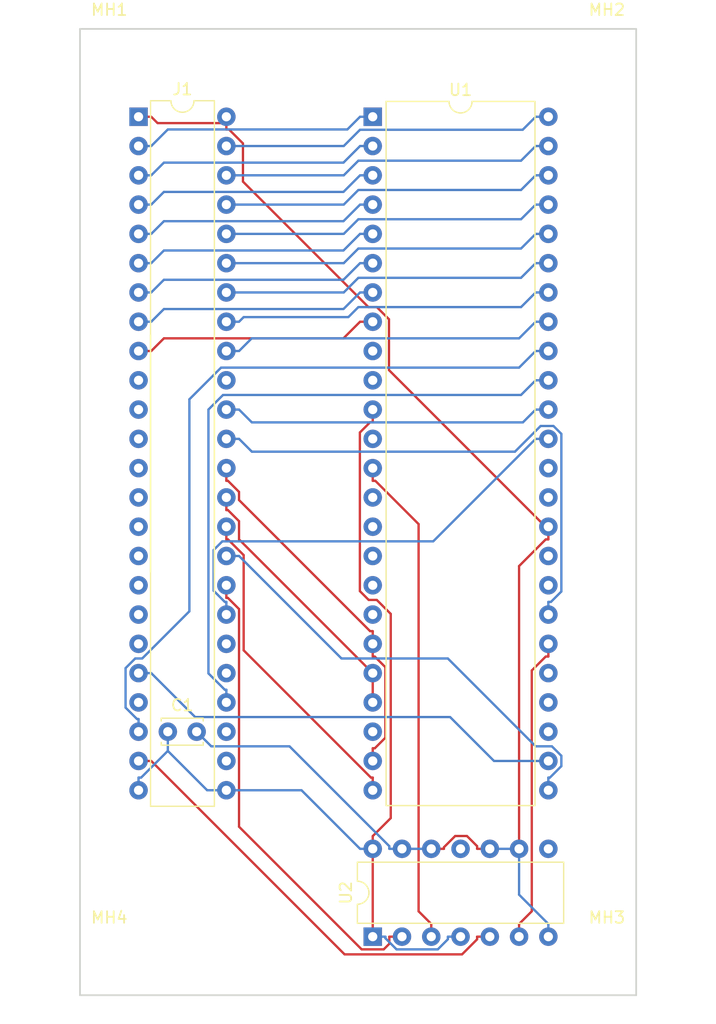
<source format=kicad_pcb>
(kicad_pcb (version 20171130) (host pcbnew 5.1.5+dfsg1-2build2)

  (general
    (thickness 1.6)
    (drawings 4)
    (tracks 257)
    (zones 0)
    (modules 8)
    (nets 67)
  )

  (page A4)
  (layers
    (0 F.Cu signal)
    (31 B.Cu signal)
    (32 B.Adhes user)
    (33 F.Adhes user)
    (34 B.Paste user)
    (35 F.Paste user)
    (36 B.SilkS user)
    (37 F.SilkS user)
    (38 B.Mask user)
    (39 F.Mask user)
    (40 Dwgs.User user)
    (41 Cmts.User user)
    (42 Eco1.User user)
    (43 Eco2.User user)
    (44 Edge.Cuts user)
    (45 Margin user)
    (46 B.CrtYd user)
    (47 F.CrtYd user)
    (48 B.Fab user)
    (49 F.Fab user)
  )

  (setup
    (last_trace_width 0.2)
    (user_trace_width 0.2)
    (user_trace_width 0.4)
    (user_trace_width 0.6)
    (user_trace_width 0.8)
    (user_trace_width 1)
    (user_trace_width 1.2)
    (user_trace_width 1.6)
    (user_trace_width 2)
    (trace_clearance 0.2)
    (zone_clearance 0.35)
    (zone_45_only no)
    (trace_min 0.1524)
    (via_size 0.6)
    (via_drill 0.3)
    (via_min_size 0.5)
    (via_min_drill 0.2)
    (user_via 0.9 0.5)
    (user_via 1.2 0.8)
    (user_via 1.4 0.9)
    (user_via 1.5 1)
    (uvia_size 0.3)
    (uvia_drill 0.1)
    (uvias_allowed no)
    (uvia_min_size 0.2)
    (uvia_min_drill 0.1)
    (edge_width 0.15)
    (segment_width 0.2)
    (pcb_text_width 0.3)
    (pcb_text_size 1.5 1.5)
    (mod_edge_width 0.15)
    (mod_text_size 1 1)
    (mod_text_width 0.15)
    (pad_size 3.2 3.2)
    (pad_drill 3.2)
    (pad_to_mask_clearance 0.051)
    (solder_mask_min_width 0.25)
    (aux_axis_origin 101 70)
    (grid_origin 101 70)
    (visible_elements FFFDFF7F)
    (pcbplotparams
      (layerselection 0x010fc_ffffffff)
      (usegerberextensions false)
      (usegerberattributes false)
      (usegerberadvancedattributes false)
      (creategerberjobfile false)
      (excludeedgelayer true)
      (linewidth 0.100000)
      (plotframeref false)
      (viasonmask false)
      (mode 1)
      (useauxorigin false)
      (hpglpennumber 1)
      (hpglpenspeed 20)
      (hpglpendiameter 15.000000)
      (psnegative false)
      (psa4output false)
      (plotreference true)
      (plotvalue true)
      (plotinvisibletext false)
      (padsonsilk false)
      (subtractmaskfromsilk false)
      (outputformat 1)
      (mirror false)
      (drillshape 1)
      (scaleselection 1)
      (outputdirectory ""))
  )

  (net 0 "")
  (net 1 GND)
  (net 2 VCC)
  (net 3 /P53)
  (net 4 "Net-(J1-Pad30)")
  (net 5 "Net-(J1-Pad21)")
  (net 6 "Net-(J1-Pad17)")
  (net 7 /P52)
  (net 8 "Net-(J1-Pad27)")
  (net 9 "Net-(J1-Pad18)")
  (net 10 /P47)
  (net 11 /P55)
  (net 12 "Net-(J1-Pad29)")
  (net 13 /P46)
  (net 14 "Net-(J1-Pad26)")
  (net 15 "Net-(J1-Pad19)")
  (net 16 "Net-(J1-Pad16)")
  (net 17 /P20)
  (net 18 "Net-(J1-Pad15)")
  (net 19 /P21)
  (net 20 "Net-(J1-Pad14)")
  (net 21 /P22)
  (net 22 "Net-(J1-Pad13)")
  (net 23 /P23)
  (net 24 "Net-(J1-Pad12)")
  (net 25 /P24)
  (net 26 "Net-(J1-Pad11)")
  (net 27 /P25)
  (net 28 "Net-(J1-Pad10)")
  (net 29 /P26)
  (net 30 /P17)
  (net 31 /P27)
  (net 32 /P16)
  (net 33 "Net-(J1-Pad39)")
  (net 34 /P15)
  (net 35 /P40)
  (net 36 /P14)
  (net 37 /P41)
  (net 38 /P13)
  (net 39 /P42)
  (net 40 /P12)
  (net 41 /P43)
  (net 42 /P11)
  (net 43 /P44)
  (net 44 /P10)
  (net 45 /P45)
  (net 46 "Net-(U1-Pad13)")
  (net 47 "Net-(U1-Pad30)")
  (net 48 "Net-(U2-Pad11)")
  (net 49 "Net-(U2-Pad8)")
  (net 50 "Net-(U1-Pad22)")
  (net 51 "Net-(U1-Pad18)")
  (net 52 "Net-(U1-Pad17)")
  (net 53 "Net-(U1-Pad16)")
  (net 54 "Net-(U1-Pad15)")
  (net 55 "Net-(U1-Pad14)")
  (net 56 "Net-(U1-Pad36)")
  (net 57 "Net-(U1-Pad12)")
  (net 58 "Net-(U1-Pad35)")
  (net 59 "Net-(U1-Pad10)")
  (net 60 "Net-(U1-Pad33)")
  (net 61 "Net-(U1-Pad9)")
  (net 62 "Net-(U1-Pad32)")
  (net 63 "Net-(U1-Pad29)")
  (net 64 "Net-(U1-Pad28)")
  (net 65 "Net-(U1-Pad27)")
  (net 66 /P50)

  (net_class Default "This is the default net class."
    (clearance 0.2)
    (trace_width 0.2)
    (via_dia 0.6)
    (via_drill 0.3)
    (uvia_dia 0.3)
    (uvia_drill 0.1)
    (diff_pair_width 0.2)
    (diff_pair_gap 0.2)
    (add_net /P10)
    (add_net /P11)
    (add_net /P12)
    (add_net /P13)
    (add_net /P14)
    (add_net /P15)
    (add_net /P16)
    (add_net /P17)
    (add_net /P20)
    (add_net /P21)
    (add_net /P22)
    (add_net /P23)
    (add_net /P24)
    (add_net /P25)
    (add_net /P26)
    (add_net /P27)
    (add_net /P40)
    (add_net /P41)
    (add_net /P42)
    (add_net /P43)
    (add_net /P44)
    (add_net /P45)
    (add_net /P46)
    (add_net /P47)
    (add_net /P50)
    (add_net /P52)
    (add_net /P53)
    (add_net /P55)
    (add_net GND)
    (add_net "Net-(J1-Pad10)")
    (add_net "Net-(J1-Pad11)")
    (add_net "Net-(J1-Pad12)")
    (add_net "Net-(J1-Pad13)")
    (add_net "Net-(J1-Pad14)")
    (add_net "Net-(J1-Pad15)")
    (add_net "Net-(J1-Pad16)")
    (add_net "Net-(J1-Pad17)")
    (add_net "Net-(J1-Pad18)")
    (add_net "Net-(J1-Pad19)")
    (add_net "Net-(J1-Pad21)")
    (add_net "Net-(J1-Pad26)")
    (add_net "Net-(J1-Pad27)")
    (add_net "Net-(J1-Pad29)")
    (add_net "Net-(J1-Pad30)")
    (add_net "Net-(J1-Pad39)")
    (add_net "Net-(U1-Pad10)")
    (add_net "Net-(U1-Pad12)")
    (add_net "Net-(U1-Pad13)")
    (add_net "Net-(U1-Pad14)")
    (add_net "Net-(U1-Pad15)")
    (add_net "Net-(U1-Pad16)")
    (add_net "Net-(U1-Pad17)")
    (add_net "Net-(U1-Pad18)")
    (add_net "Net-(U1-Pad22)")
    (add_net "Net-(U1-Pad27)")
    (add_net "Net-(U1-Pad28)")
    (add_net "Net-(U1-Pad29)")
    (add_net "Net-(U1-Pad30)")
    (add_net "Net-(U1-Pad32)")
    (add_net "Net-(U1-Pad33)")
    (add_net "Net-(U1-Pad35)")
    (add_net "Net-(U1-Pad36)")
    (add_net "Net-(U1-Pad9)")
    (add_net "Net-(U2-Pad11)")
    (add_net "Net-(U2-Pad8)")
    (add_net VCC)
  )

  (module Package_DIP:DIP-48_W15.24mm (layer F.Cu) (tedit 5A02E8C5) (tstamp 61E8C1E5)
    (at 123.86 75.08)
    (descr "48-lead though-hole mounted DIP package, row spacing 15.24 mm (600 mils)")
    (tags "THT DIP DIL PDIP 2.54mm 15.24mm 600mil")
    (path /61E97BC4)
    (fp_text reference U1 (at 7.62 -2.33) (layer F.SilkS)
      (effects (font (size 1 1) (thickness 0.15)))
    )
    (fp_text value Z88C00 (at 7.62 60.75) (layer F.Fab)
      (effects (font (size 1 1) (thickness 0.15)))
    )
    (fp_text user %R (at 7.62 29.21) (layer F.Fab)
      (effects (font (size 1 1) (thickness 0.15)))
    )
    (fp_line (start 16.3 -1.55) (end -1.05 -1.55) (layer F.CrtYd) (width 0.05))
    (fp_line (start 16.3 59.95) (end 16.3 -1.55) (layer F.CrtYd) (width 0.05))
    (fp_line (start -1.05 59.95) (end 16.3 59.95) (layer F.CrtYd) (width 0.05))
    (fp_line (start -1.05 -1.55) (end -1.05 59.95) (layer F.CrtYd) (width 0.05))
    (fp_line (start 14.08 -1.33) (end 8.62 -1.33) (layer F.SilkS) (width 0.12))
    (fp_line (start 14.08 59.75) (end 14.08 -1.33) (layer F.SilkS) (width 0.12))
    (fp_line (start 1.16 59.75) (end 14.08 59.75) (layer F.SilkS) (width 0.12))
    (fp_line (start 1.16 -1.33) (end 1.16 59.75) (layer F.SilkS) (width 0.12))
    (fp_line (start 6.62 -1.33) (end 1.16 -1.33) (layer F.SilkS) (width 0.12))
    (fp_line (start 0.255 -0.27) (end 1.255 -1.27) (layer F.Fab) (width 0.1))
    (fp_line (start 0.255 59.69) (end 0.255 -0.27) (layer F.Fab) (width 0.1))
    (fp_line (start 14.985 59.69) (end 0.255 59.69) (layer F.Fab) (width 0.1))
    (fp_line (start 14.985 -1.27) (end 14.985 59.69) (layer F.Fab) (width 0.1))
    (fp_line (start 1.255 -1.27) (end 14.985 -1.27) (layer F.Fab) (width 0.1))
    (fp_arc (start 7.62 -1.33) (end 6.62 -1.33) (angle -180) (layer F.SilkS) (width 0.12))
    (pad 48 thru_hole oval (at 15.24 0) (size 1.6 1.6) (drill 0.8) (layers *.Cu *.Mask)
      (net 17 /P20))
    (pad 24 thru_hole oval (at 0 58.42) (size 1.6 1.6) (drill 0.8) (layers *.Cu *.Mask)
      (net 43 /P44))
    (pad 47 thru_hole oval (at 15.24 2.54) (size 1.6 1.6) (drill 0.8) (layers *.Cu *.Mask)
      (net 19 /P21))
    (pad 23 thru_hole oval (at 0 55.88) (size 1.6 1.6) (drill 0.8) (layers *.Cu *.Mask)
      (net 39 /P42))
    (pad 46 thru_hole oval (at 15.24 5.08) (size 1.6 1.6) (drill 0.8) (layers *.Cu *.Mask)
      (net 21 /P22))
    (pad 22 thru_hole oval (at 0 53.34) (size 1.6 1.6) (drill 0.8) (layers *.Cu *.Mask)
      (net 50 "Net-(U1-Pad22)"))
    (pad 45 thru_hole oval (at 15.24 7.62) (size 1.6 1.6) (drill 0.8) (layers *.Cu *.Mask)
      (net 23 /P23))
    (pad 21 thru_hole oval (at 0 50.8) (size 1.6 1.6) (drill 0.8) (layers *.Cu *.Mask)
      (net 41 /P43))
    (pad 44 thru_hole oval (at 15.24 10.16) (size 1.6 1.6) (drill 0.8) (layers *.Cu *.Mask)
      (net 25 /P24))
    (pad 20 thru_hole oval (at 0 48.26) (size 1.6 1.6) (drill 0.8) (layers *.Cu *.Mask)
      (net 41 /P43))
    (pad 43 thru_hole oval (at 15.24 12.7) (size 1.6 1.6) (drill 0.8) (layers *.Cu *.Mask)
      (net 27 /P25))
    (pad 19 thru_hole oval (at 0 45.72) (size 1.6 1.6) (drill 0.8) (layers *.Cu *.Mask)
      (net 39 /P42))
    (pad 42 thru_hole oval (at 15.24 15.24) (size 1.6 1.6) (drill 0.8) (layers *.Cu *.Mask)
      (net 29 /P26))
    (pad 18 thru_hole oval (at 0 43.18) (size 1.6 1.6) (drill 0.8) (layers *.Cu *.Mask)
      (net 51 "Net-(U1-Pad18)"))
    (pad 41 thru_hole oval (at 15.24 17.78) (size 1.6 1.6) (drill 0.8) (layers *.Cu *.Mask)
      (net 31 /P27))
    (pad 17 thru_hole oval (at 0 40.64) (size 1.6 1.6) (drill 0.8) (layers *.Cu *.Mask)
      (net 52 "Net-(U1-Pad17)"))
    (pad 40 thru_hole oval (at 15.24 20.32) (size 1.6 1.6) (drill 0.8) (layers *.Cu *.Mask)
      (net 7 /P52))
    (pad 16 thru_hole oval (at 0 38.1) (size 1.6 1.6) (drill 0.8) (layers *.Cu *.Mask)
      (net 53 "Net-(U1-Pad16)"))
    (pad 39 thru_hole oval (at 15.24 22.86) (size 1.6 1.6) (drill 0.8) (layers *.Cu *.Mask)
      (net 11 /P55))
    (pad 15 thru_hole oval (at 0 35.56) (size 1.6 1.6) (drill 0.8) (layers *.Cu *.Mask)
      (net 54 "Net-(U1-Pad15)"))
    (pad 38 thru_hole oval (at 15.24 25.4) (size 1.6 1.6) (drill 0.8) (layers *.Cu *.Mask)
      (net 35 /P40))
    (pad 14 thru_hole oval (at 0 33.02) (size 1.6 1.6) (drill 0.8) (layers *.Cu *.Mask)
      (net 55 "Net-(U1-Pad14)"))
    (pad 37 thru_hole oval (at 15.24 27.94) (size 1.6 1.6) (drill 0.8) (layers *.Cu *.Mask)
      (net 10 /P47))
    (pad 13 thru_hole oval (at 0 30.48) (size 1.6 1.6) (drill 0.8) (layers *.Cu *.Mask)
      (net 46 "Net-(U1-Pad13)"))
    (pad 36 thru_hole oval (at 15.24 30.48) (size 1.6 1.6) (drill 0.8) (layers *.Cu *.Mask)
      (net 56 "Net-(U1-Pad36)"))
    (pad 12 thru_hole oval (at 0 27.94) (size 1.6 1.6) (drill 0.8) (layers *.Cu *.Mask)
      (net 57 "Net-(U1-Pad12)"))
    (pad 35 thru_hole oval (at 15.24 33.02) (size 1.6 1.6) (drill 0.8) (layers *.Cu *.Mask)
      (net 58 "Net-(U1-Pad35)"))
    (pad 11 thru_hole oval (at 0 25.4) (size 1.6 1.6) (drill 0.8) (layers *.Cu *.Mask)
      (net 2 VCC))
    (pad 34 thru_hole oval (at 15.24 35.56) (size 1.6 1.6) (drill 0.8) (layers *.Cu *.Mask)
      (net 1 GND))
    (pad 10 thru_hole oval (at 0 22.86) (size 1.6 1.6) (drill 0.8) (layers *.Cu *.Mask)
      (net 59 "Net-(U1-Pad10)"))
    (pad 33 thru_hole oval (at 15.24 38.1) (size 1.6 1.6) (drill 0.8) (layers *.Cu *.Mask)
      (net 60 "Net-(U1-Pad33)"))
    (pad 9 thru_hole oval (at 0 20.32) (size 1.6 1.6) (drill 0.8) (layers *.Cu *.Mask)
      (net 61 "Net-(U1-Pad9)"))
    (pad 32 thru_hole oval (at 15.24 40.64) (size 1.6 1.6) (drill 0.8) (layers *.Cu *.Mask)
      (net 62 "Net-(U1-Pad32)"))
    (pad 8 thru_hole oval (at 0 17.78) (size 1.6 1.6) (drill 0.8) (layers *.Cu *.Mask)
      (net 30 /P17))
    (pad 31 thru_hole oval (at 15.24 43.18) (size 1.6 1.6) (drill 0.8) (layers *.Cu *.Mask)
      (net 37 /P41))
    (pad 7 thru_hole oval (at 0 15.24) (size 1.6 1.6) (drill 0.8) (layers *.Cu *.Mask)
      (net 32 /P16))
    (pad 30 thru_hole oval (at 15.24 45.72) (size 1.6 1.6) (drill 0.8) (layers *.Cu *.Mask)
      (net 47 "Net-(U1-Pad30)"))
    (pad 6 thru_hole oval (at 0 12.7) (size 1.6 1.6) (drill 0.8) (layers *.Cu *.Mask)
      (net 34 /P15))
    (pad 29 thru_hole oval (at 15.24 48.26) (size 1.6 1.6) (drill 0.8) (layers *.Cu *.Mask)
      (net 63 "Net-(U1-Pad29)"))
    (pad 5 thru_hole oval (at 0 10.16) (size 1.6 1.6) (drill 0.8) (layers *.Cu *.Mask)
      (net 36 /P14))
    (pad 28 thru_hole oval (at 15.24 50.8) (size 1.6 1.6) (drill 0.8) (layers *.Cu *.Mask)
      (net 64 "Net-(U1-Pad28)"))
    (pad 4 thru_hole oval (at 0 7.62) (size 1.6 1.6) (drill 0.8) (layers *.Cu *.Mask)
      (net 38 /P13))
    (pad 27 thru_hole oval (at 15.24 53.34) (size 1.6 1.6) (drill 0.8) (layers *.Cu *.Mask)
      (net 65 "Net-(U1-Pad27)"))
    (pad 3 thru_hole oval (at 0 5.08) (size 1.6 1.6) (drill 0.8) (layers *.Cu *.Mask)
      (net 40 /P12))
    (pad 26 thru_hole oval (at 15.24 55.88) (size 1.6 1.6) (drill 0.8) (layers *.Cu *.Mask)
      (net 66 /P50))
    (pad 2 thru_hole oval (at 0 2.54) (size 1.6 1.6) (drill 0.8) (layers *.Cu *.Mask)
      (net 42 /P11))
    (pad 25 thru_hole oval (at 15.24 58.42) (size 1.6 1.6) (drill 0.8) (layers *.Cu *.Mask)
      (net 45 /P45))
    (pad 1 thru_hole rect (at 0 0) (size 1.6 1.6) (drill 0.8) (layers *.Cu *.Mask)
      (net 44 /P10))
    (model ${KISYS3DMOD}/Package_DIP.3dshapes/DIP-48_W15.24mm.wrl
      (at (xyz 0 0 0))
      (scale (xyz 1 1 1))
      (rotate (xyz 0 0 0))
    )
  )

  (module Package_DIP:DIP-14_W7.62mm (layer F.Cu) (tedit 5A02E8C5) (tstamp 61FE1D4C)
    (at 123.86 146.2 90)
    (descr "14-lead though-hole mounted DIP package, row spacing 7.62 mm (300 mils)")
    (tags "THT DIP DIL PDIP 2.54mm 7.62mm 300mil")
    (path /61F547D1)
    (fp_text reference U2 (at 3.81 -2.33 90) (layer F.SilkS)
      (effects (font (size 1 1) (thickness 0.15)))
    )
    (fp_text value 74HCT126 (at 3.81 17.57 90) (layer F.Fab)
      (effects (font (size 1 1) (thickness 0.15)))
    )
    (fp_text user %R (at 3.81 7.62 90) (layer F.Fab)
      (effects (font (size 1 1) (thickness 0.15)))
    )
    (fp_line (start 8.7 -1.55) (end -1.1 -1.55) (layer F.CrtYd) (width 0.05))
    (fp_line (start 8.7 16.8) (end 8.7 -1.55) (layer F.CrtYd) (width 0.05))
    (fp_line (start -1.1 16.8) (end 8.7 16.8) (layer F.CrtYd) (width 0.05))
    (fp_line (start -1.1 -1.55) (end -1.1 16.8) (layer F.CrtYd) (width 0.05))
    (fp_line (start 6.46 -1.33) (end 4.81 -1.33) (layer F.SilkS) (width 0.12))
    (fp_line (start 6.46 16.57) (end 6.46 -1.33) (layer F.SilkS) (width 0.12))
    (fp_line (start 1.16 16.57) (end 6.46 16.57) (layer F.SilkS) (width 0.12))
    (fp_line (start 1.16 -1.33) (end 1.16 16.57) (layer F.SilkS) (width 0.12))
    (fp_line (start 2.81 -1.33) (end 1.16 -1.33) (layer F.SilkS) (width 0.12))
    (fp_line (start 0.635 -0.27) (end 1.635 -1.27) (layer F.Fab) (width 0.1))
    (fp_line (start 0.635 16.51) (end 0.635 -0.27) (layer F.Fab) (width 0.1))
    (fp_line (start 6.985 16.51) (end 0.635 16.51) (layer F.Fab) (width 0.1))
    (fp_line (start 6.985 -1.27) (end 6.985 16.51) (layer F.Fab) (width 0.1))
    (fp_line (start 1.635 -1.27) (end 6.985 -1.27) (layer F.Fab) (width 0.1))
    (fp_arc (start 3.81 -1.33) (end 2.81 -1.33) (angle -180) (layer F.SilkS) (width 0.12))
    (pad 14 thru_hole oval (at 7.62 0 90) (size 1.6 1.6) (drill 0.8) (layers *.Cu *.Mask)
      (net 2 VCC))
    (pad 7 thru_hole oval (at 0 15.24 90) (size 1.6 1.6) (drill 0.8) (layers *.Cu *.Mask)
      (net 1 GND))
    (pad 13 thru_hole oval (at 7.62 2.54 90) (size 1.6 1.6) (drill 0.8) (layers *.Cu *.Mask)
      (net 1 GND))
    (pad 6 thru_hole oval (at 0 12.7 90) (size 1.6 1.6) (drill 0.8) (layers *.Cu *.Mask)
      (net 47 "Net-(U1-Pad30)"))
    (pad 12 thru_hole oval (at 7.62 5.08 90) (size 1.6 1.6) (drill 0.8) (layers *.Cu *.Mask)
      (net 1 GND))
    (pad 5 thru_hole oval (at 0 10.16 90) (size 1.6 1.6) (drill 0.8) (layers *.Cu *.Mask)
      (net 3 /P53))
    (pad 11 thru_hole oval (at 7.62 7.62 90) (size 1.6 1.6) (drill 0.8) (layers *.Cu *.Mask)
      (net 48 "Net-(U2-Pad11)"))
    (pad 4 thru_hole oval (at 0 7.62 90) (size 1.6 1.6) (drill 0.8) (layers *.Cu *.Mask)
      (net 2 VCC))
    (pad 10 thru_hole oval (at 7.62 10.16 90) (size 1.6 1.6) (drill 0.8) (layers *.Cu *.Mask)
      (net 1 GND))
    (pad 3 thru_hole oval (at 0 5.08 90) (size 1.6 1.6) (drill 0.8) (layers *.Cu *.Mask)
      (net 46 "Net-(U1-Pad13)"))
    (pad 9 thru_hole oval (at 7.62 12.7 90) (size 1.6 1.6) (drill 0.8) (layers *.Cu *.Mask)
      (net 1 GND))
    (pad 2 thru_hole oval (at 0 2.54 90) (size 1.6 1.6) (drill 0.8) (layers *.Cu *.Mask)
      (net 13 /P46))
    (pad 8 thru_hole oval (at 7.62 15.24 90) (size 1.6 1.6) (drill 0.8) (layers *.Cu *.Mask)
      (net 49 "Net-(U2-Pad8)"))
    (pad 1 thru_hole rect (at 0 0 90) (size 1.6 1.6) (drill 0.8) (layers *.Cu *.Mask)
      (net 2 VCC))
    (model ${KISYS3DMOD}/Package_DIP.3dshapes/DIP-14_W7.62mm.wrl
      (at (xyz 0 0 0))
      (scale (xyz 1 1 1))
      (rotate (xyz 0 0 0))
    )
  )

  (module 0-LocalLibrary:DIP-48_W7.62mm (layer F.Cu) (tedit 6198C9C5) (tstamp 61E6FC82)
    (at 103.54 75.08)
    (descr "48-lead dip package, row spacing 7.62 mm (300 mils)")
    (tags "DIL DIP PDIP 2.54mm 7.62mm 300mill")
    (path /62AD1603)
    (fp_text reference J1 (at 3.81 -2.39) (layer F.SilkS)
      (effects (font (size 1 1) (thickness 0.15)))
    )
    (fp_text value BionicConnector (at 5.08 60.96) (layer F.Fab)
      (effects (font (size 1 1) (thickness 0.15)))
    )
    (fp_line (start 8.68 60.02) (end 8.68 18.72) (layer F.CrtYd) (width 0.05))
    (fp_line (start 7.365 59.69) (end 0.255 59.69) (layer F.Fab) (width 0.1))
    (fp_line (start 0.255 59.69) (end 0.255 20.05) (layer F.Fab) (width 0.1))
    (fp_line (start -1.1 60.02) (end 8.68 60.02) (layer F.CrtYd) (width 0.05))
    (fp_line (start -1.1 18.72) (end -1.1 60.02) (layer F.CrtYd) (width 0.05))
    (fp_line (start 6.58 59.81) (end 6.58 18.93) (layer F.SilkS) (width 0.12))
    (fp_line (start 1.04 59.81) (end 6.58 59.81) (layer F.SilkS) (width 0.12))
    (fp_line (start 1.04 18.93) (end 1.04 59.81) (layer F.SilkS) (width 0.12))
    (fp_line (start 7.365 19.05) (end 7.365 59.69) (layer F.Fab) (width 0.1))
    (fp_arc (start 3.81 -1.39) (end 2.81 -1.39) (angle -180) (layer F.SilkS) (width 0.12))
    (fp_line (start 8.68 -1.6) (end -1.1 -1.6) (layer F.CrtYd) (width 0.05))
    (fp_line (start 8.68 39.7) (end 8.68 -1.6) (layer F.CrtYd) (width 0.05))
    (fp_line (start -1.1 -1.6) (end -1.1 39.7) (layer F.CrtYd) (width 0.05))
    (fp_line (start 6.58 -1.39) (end 4.81 -1.39) (layer F.SilkS) (width 0.12))
    (fp_line (start 6.58 39.49) (end 6.58 -1.39) (layer F.SilkS) (width 0.12))
    (fp_line (start 1.04 -1.39) (end 1.04 39.49) (layer F.SilkS) (width 0.12))
    (fp_line (start 2.81 -1.39) (end 1.04 -1.39) (layer F.SilkS) (width 0.12))
    (fp_line (start 0.255 -0.27) (end 1.255 -1.27) (layer F.Fab) (width 0.1))
    (fp_line (start 0.255 39.37) (end 0.255 -0.27) (layer F.Fab) (width 0.1))
    (fp_line (start 7.365 -1.27) (end 7.365 39.37) (layer F.Fab) (width 0.1))
    (fp_line (start 1.255 -1.27) (end 7.365 -1.27) (layer F.Fab) (width 0.1))
    (fp_text user %R (at 3.81 19.05) (layer F.Fab)
      (effects (font (size 1 1) (thickness 0.15)))
    )
    (pad 20 thru_hole oval (at 0 48.26) (size 1.6 1.6) (drill 0.8) (layers *.Cu *.Mask)
      (net 66 /P50))
    (pad 24 thru_hole oval (at 0 58.42) (size 1.6 1.6) (drill 0.8) (layers *.Cu *.Mask)
      (net 2 VCC))
    (pad 25 thru_hole oval (at 7.62 58.42) (size 1.6 1.6) (drill 0.8) (layers *.Cu *.Mask)
      (net 2 VCC))
    (pad 23 thru_hole oval (at 0 55.88) (size 1.6 1.6) (drill 0.8) (layers *.Cu *.Mask)
      (net 3 /P53))
    (pad 30 thru_hole oval (at 7.62 45.72) (size 1.6 1.6) (drill 0.8) (layers *.Cu *.Mask)
      (net 4 "Net-(J1-Pad30)"))
    (pad 21 thru_hole oval (at 0 50.8) (size 1.6 1.6) (drill 0.8) (layers *.Cu *.Mask)
      (net 5 "Net-(J1-Pad21)"))
    (pad 17 thru_hole oval (at 0 40.64) (size 1.6 1.6) (drill 0.8) (layers *.Cu *.Mask)
      (net 6 "Net-(J1-Pad17)"))
    (pad 22 thru_hole oval (at 0 53.34) (size 1.6 1.6) (drill 0.8) (layers *.Cu *.Mask)
      (net 7 /P52))
    (pad 27 thru_hole oval (at 7.62 53.34) (size 1.6 1.6) (drill 0.8) (layers *.Cu *.Mask)
      (net 8 "Net-(J1-Pad27)"))
    (pad 18 thru_hole oval (at 0 43.18) (size 1.6 1.6) (drill 0.8) (layers *.Cu *.Mask)
      (net 9 "Net-(J1-Pad18)"))
    (pad 31 thru_hole oval (at 7.62 43.18) (size 1.6 1.6) (drill 0.8) (layers *.Cu *.Mask)
      (net 10 /P47))
    (pad 28 thru_hole oval (at 7.62 50.8) (size 1.6 1.6) (drill 0.8) (layers *.Cu *.Mask)
      (net 11 /P55))
    (pad 29 thru_hole oval (at 7.62 48.26) (size 1.6 1.6) (drill 0.8) (layers *.Cu *.Mask)
      (net 12 "Net-(J1-Pad29)"))
    (pad 32 thru_hole oval (at 7.62 40.64) (size 1.6 1.6) (drill 0.8) (layers *.Cu *.Mask)
      (net 13 /P46))
    (pad 26 thru_hole oval (at 7.62 55.88) (size 1.6 1.6) (drill 0.8) (layers *.Cu *.Mask)
      (net 14 "Net-(J1-Pad26)"))
    (pad 19 thru_hole oval (at 0 45.72) (size 1.6 1.6) (drill 0.8) (layers *.Cu *.Mask)
      (net 15 "Net-(J1-Pad19)"))
    (pad 48 thru_hole oval (at 7.62 0) (size 1.6 1.6) (drill 0.8) (layers *.Cu *.Mask)
      (net 1 GND))
    (pad 16 thru_hole oval (at 0 38.1) (size 1.6 1.6) (drill 0.8) (layers *.Cu *.Mask)
      (net 16 "Net-(J1-Pad16)"))
    (pad 47 thru_hole oval (at 7.62 2.54) (size 1.6 1.6) (drill 0.8) (layers *.Cu *.Mask)
      (net 17 /P20))
    (pad 15 thru_hole oval (at 0 35.56) (size 1.6 1.6) (drill 0.8) (layers *.Cu *.Mask)
      (net 18 "Net-(J1-Pad15)"))
    (pad 46 thru_hole oval (at 7.62 5.08) (size 1.6 1.6) (drill 0.8) (layers *.Cu *.Mask)
      (net 19 /P21))
    (pad 14 thru_hole oval (at 0 33.02) (size 1.6 1.6) (drill 0.8) (layers *.Cu *.Mask)
      (net 20 "Net-(J1-Pad14)"))
    (pad 45 thru_hole oval (at 7.62 7.62) (size 1.6 1.6) (drill 0.8) (layers *.Cu *.Mask)
      (net 21 /P22))
    (pad 13 thru_hole oval (at 0 30.48) (size 1.6 1.6) (drill 0.8) (layers *.Cu *.Mask)
      (net 22 "Net-(J1-Pad13)"))
    (pad 44 thru_hole oval (at 7.62 10.16) (size 1.6 1.6) (drill 0.8) (layers *.Cu *.Mask)
      (net 23 /P23))
    (pad 12 thru_hole oval (at 0 27.94) (size 1.6 1.6) (drill 0.8) (layers *.Cu *.Mask)
      (net 24 "Net-(J1-Pad12)"))
    (pad 43 thru_hole oval (at 7.62 12.7) (size 1.6 1.6) (drill 0.8) (layers *.Cu *.Mask)
      (net 25 /P24))
    (pad 11 thru_hole oval (at 0 25.4) (size 1.6 1.6) (drill 0.8) (layers *.Cu *.Mask)
      (net 26 "Net-(J1-Pad11)"))
    (pad 42 thru_hole oval (at 7.62 15.24) (size 1.6 1.6) (drill 0.8) (layers *.Cu *.Mask)
      (net 27 /P25))
    (pad 10 thru_hole oval (at 0 22.86) (size 1.6 1.6) (drill 0.8) (layers *.Cu *.Mask)
      (net 28 "Net-(J1-Pad10)"))
    (pad 41 thru_hole oval (at 7.62 17.78) (size 1.6 1.6) (drill 0.8) (layers *.Cu *.Mask)
      (net 29 /P26))
    (pad 9 thru_hole oval (at 0 20.32) (size 1.6 1.6) (drill 0.8) (layers *.Cu *.Mask)
      (net 30 /P17))
    (pad 40 thru_hole oval (at 7.62 20.32) (size 1.6 1.6) (drill 0.8) (layers *.Cu *.Mask)
      (net 31 /P27))
    (pad 8 thru_hole oval (at 0 17.78) (size 1.6 1.6) (drill 0.8) (layers *.Cu *.Mask)
      (net 32 /P16))
    (pad 39 thru_hole oval (at 7.62 22.86) (size 1.6 1.6) (drill 0.8) (layers *.Cu *.Mask)
      (net 33 "Net-(J1-Pad39)"))
    (pad 7 thru_hole oval (at 0 15.24) (size 1.6 1.6) (drill 0.8) (layers *.Cu *.Mask)
      (net 34 /P15))
    (pad 38 thru_hole oval (at 7.62 25.4) (size 1.6 1.6) (drill 0.8) (layers *.Cu *.Mask)
      (net 35 /P40))
    (pad 6 thru_hole oval (at 0 12.7) (size 1.6 1.6) (drill 0.8) (layers *.Cu *.Mask)
      (net 36 /P14))
    (pad 37 thru_hole oval (at 7.62 27.94) (size 1.6 1.6) (drill 0.8) (layers *.Cu *.Mask)
      (net 37 /P41))
    (pad 5 thru_hole oval (at 0 10.16) (size 1.6 1.6) (drill 0.8) (layers *.Cu *.Mask)
      (net 38 /P13))
    (pad 36 thru_hole oval (at 7.62 30.48) (size 1.6 1.6) (drill 0.8) (layers *.Cu *.Mask)
      (net 39 /P42))
    (pad 4 thru_hole oval (at 0 7.62) (size 1.6 1.6) (drill 0.8) (layers *.Cu *.Mask)
      (net 40 /P12))
    (pad 35 thru_hole oval (at 7.62 33.02) (size 1.6 1.6) (drill 0.8) (layers *.Cu *.Mask)
      (net 41 /P43))
    (pad 3 thru_hole oval (at 0 5.08) (size 1.6 1.6) (drill 0.8) (layers *.Cu *.Mask)
      (net 42 /P11))
    (pad 34 thru_hole oval (at 7.62 35.56) (size 1.6 1.6) (drill 0.8) (layers *.Cu *.Mask)
      (net 43 /P44))
    (pad 2 thru_hole oval (at 0 2.54) (size 1.6 1.6) (drill 0.8) (layers *.Cu *.Mask)
      (net 44 /P10))
    (pad 33 thru_hole oval (at 7.62 38.1) (size 1.6 1.6) (drill 0.8) (layers *.Cu *.Mask)
      (net 45 /P45))
    (pad 1 thru_hole rect (at 0 0) (size 1.6 1.6) (drill 0.8) (layers *.Cu *.Mask)
      (net 1 GND))
    (model ${KISYS3DMOD}/Package_DIP.3dshapes/DIP-32_W7.62mm.wrl
      (at (xyz 0 0 0))
      (scale (xyz 1 1 1))
      (rotate (xyz 0 0 0))
    )
  )

  (module Capacitor_THT:C_Disc_D3.4mm_W2.1mm_P2.50mm (layer F.Cu) (tedit 5AE50EF0) (tstamp 61E6FC38)
    (at 106.08 128.42)
    (descr "C, Disc series, Radial, pin pitch=2.50mm, , diameter*width=3.4*2.1mm^2, Capacitor, http://www.vishay.com/docs/45233/krseries.pdf")
    (tags "C Disc series Radial pin pitch 2.50mm  diameter 3.4mm width 2.1mm Capacitor")
    (path /5D0E12B4)
    (fp_text reference C1 (at 1.25 -2.3) (layer F.SilkS)
      (effects (font (size 1 1) (thickness 0.15)))
    )
    (fp_text value 0.1u (at 1.25 2.3) (layer F.Fab)
      (effects (font (size 1 1) (thickness 0.15)))
    )
    (fp_text user %R (at 1.25 0) (layer F.Fab)
      (effects (font (size 0.68 0.68) (thickness 0.102)))
    )
    (fp_line (start 3.55 -1.3) (end -1.05 -1.3) (layer F.CrtYd) (width 0.05))
    (fp_line (start 3.55 1.3) (end 3.55 -1.3) (layer F.CrtYd) (width 0.05))
    (fp_line (start -1.05 1.3) (end 3.55 1.3) (layer F.CrtYd) (width 0.05))
    (fp_line (start -1.05 -1.3) (end -1.05 1.3) (layer F.CrtYd) (width 0.05))
    (fp_line (start 3.07 0.925) (end 3.07 1.17) (layer F.SilkS) (width 0.12))
    (fp_line (start 3.07 -1.17) (end 3.07 -0.925) (layer F.SilkS) (width 0.12))
    (fp_line (start -0.57 0.925) (end -0.57 1.17) (layer F.SilkS) (width 0.12))
    (fp_line (start -0.57 -1.17) (end -0.57 -0.925) (layer F.SilkS) (width 0.12))
    (fp_line (start -0.57 1.17) (end 3.07 1.17) (layer F.SilkS) (width 0.12))
    (fp_line (start -0.57 -1.17) (end 3.07 -1.17) (layer F.SilkS) (width 0.12))
    (fp_line (start 2.95 -1.05) (end -0.45 -1.05) (layer F.Fab) (width 0.1))
    (fp_line (start 2.95 1.05) (end 2.95 -1.05) (layer F.Fab) (width 0.1))
    (fp_line (start -0.45 1.05) (end 2.95 1.05) (layer F.Fab) (width 0.1))
    (fp_line (start -0.45 -1.05) (end -0.45 1.05) (layer F.Fab) (width 0.1))
    (pad 2 thru_hole circle (at 2.5 0) (size 1.6 1.6) (drill 0.8) (layers *.Cu *.Mask)
      (net 1 GND))
    (pad 1 thru_hole circle (at 0 0) (size 1.6 1.6) (drill 0.8) (layers *.Cu *.Mask)
      (net 2 VCC))
    (model ${KISYS3DMOD}/Capacitor_THT.3dshapes/C_Disc_D3.4mm_W2.1mm_P2.50mm.wrl
      (at (xyz 0 0 0))
      (scale (xyz 1 1 1))
      (rotate (xyz 0 0 0))
    )
  )

  (module MountingHole:MountingHole_3.2mm_M3 (layer F.Cu) (tedit 56D1B4CB) (tstamp 618AA90D)
    (at 101 148.74)
    (descr "Mounting Hole 3.2mm, no annular, M3")
    (tags "mounting hole 3.2mm no annular m3")
    (attr virtual)
    (fp_text reference MH4 (at 0 -4.2) (layer F.SilkS)
      (effects (font (size 1 1) (thickness 0.15)))
    )
    (fp_text value MountingHole_3.2mm_M3 (at 0 4.2) (layer F.Fab)
      (effects (font (size 1 1) (thickness 0.15)))
    )
    (fp_circle (center 0 0) (end 3.45 0) (layer F.CrtYd) (width 0.05))
    (fp_circle (center 0 0) (end 3.2 0) (layer Cmts.User) (width 0.15))
    (fp_text user %R (at 0.3 0) (layer F.Fab)
      (effects (font (size 1 1) (thickness 0.15)))
    )
    (pad 1 np_thru_hole circle (at 0 0) (size 3.2 3.2) (drill 3.2) (layers *.Cu *.Mask))
  )

  (module MountingHole:MountingHole_3.2mm_M3 (layer F.Cu) (tedit 56D1B4CB) (tstamp 618AA8EF)
    (at 144.18 148.74)
    (descr "Mounting Hole 3.2mm, no annular, M3")
    (tags "mounting hole 3.2mm no annular m3")
    (attr virtual)
    (fp_text reference MH3 (at 0 -4.2) (layer F.SilkS)
      (effects (font (size 1 1) (thickness 0.15)))
    )
    (fp_text value MountingHole_3.2mm_M3 (at 0 4.2) (layer F.Fab)
      (effects (font (size 1 1) (thickness 0.15)))
    )
    (fp_circle (center 0 0) (end 3.45 0) (layer F.CrtYd) (width 0.05))
    (fp_circle (center 0 0) (end 3.2 0) (layer Cmts.User) (width 0.15))
    (fp_text user %R (at 0.3 0) (layer F.Fab)
      (effects (font (size 1 1) (thickness 0.15)))
    )
    (pad 1 np_thru_hole circle (at 0 0) (size 3.2 3.2) (drill 3.2) (layers *.Cu *.Mask))
  )

  (module MountingHole:MountingHole_3.2mm_M3 (layer F.Cu) (tedit 56D1B4CB) (tstamp 618AA8C0)
    (at 144.18 70)
    (descr "Mounting Hole 3.2mm, no annular, M3")
    (tags "mounting hole 3.2mm no annular m3")
    (attr virtual)
    (fp_text reference MH2 (at 0 -4.2) (layer F.SilkS)
      (effects (font (size 1 1) (thickness 0.15)))
    )
    (fp_text value MountingHole_3.2mm_M3 (at 0 4.2) (layer F.Fab)
      (effects (font (size 1 1) (thickness 0.15)))
    )
    (fp_circle (center 0 0) (end 3.45 0) (layer F.CrtYd) (width 0.05))
    (fp_circle (center 0 0) (end 3.2 0) (layer Cmts.User) (width 0.15))
    (fp_text user %R (at 0.3 0) (layer F.Fab)
      (effects (font (size 1 1) (thickness 0.15)))
    )
    (pad 1 np_thru_hole circle (at 0 0) (size 3.2 3.2) (drill 3.2) (layers *.Cu *.Mask))
  )

  (module MountingHole:MountingHole_3.2mm_M3 (layer F.Cu) (tedit 618A6455) (tstamp 618AA897)
    (at 101 70)
    (descr "Mounting Hole 3.2mm, no annular, M3")
    (tags "mounting hole 3.2mm no annular m3")
    (attr virtual)
    (fp_text reference MH1 (at 0 -4.2) (layer F.SilkS)
      (effects (font (size 1 1) (thickness 0.15)))
    )
    (fp_text value MountingHole_3.2mm_M3 (at 0 4.2) (layer F.Fab)
      (effects (font (size 1 1) (thickness 0.15)))
    )
    (fp_circle (center 0 0) (end 3.45 0) (layer F.CrtYd) (width 0.05))
    (fp_circle (center 0 0) (end 3.2 0) (layer Cmts.User) (width 0.15))
    (fp_text user %R (at 0.3 0) (layer F.Fab)
      (effects (font (size 1 1) (thickness 0.15)))
    )
    (pad "" np_thru_hole circle (at 0 0) (size 3.2 3.2) (drill 3.2) (layers *.Cu *.Mask))
  )

  (gr_line (start 98.46 151.28) (end 98.46 67.46) (layer Edge.Cuts) (width 0.15) (tstamp 618AA84D))
  (gr_line (start 146.72 151.28) (end 98.46 151.28) (layer Edge.Cuts) (width 0.15))
  (gr_line (start 146.72 67.46) (end 146.72 151.28) (layer Edge.Cuts) (width 0.15))
  (gr_line (start 98.46 67.46) (end 146.72 67.46) (layer Edge.Cuts) (width 0.15))

  (segment (start 134.02 138.58) (end 132.9197 138.58) (width 0.2) (layer F.Cu) (net 1))
  (segment (start 128.94 138.58) (end 130.0403 138.58) (width 0.2) (layer F.Cu) (net 1))
  (segment (start 130.0403 138.58) (end 130.0403 138.4425) (width 0.2) (layer F.Cu) (net 1))
  (segment (start 130.0403 138.4425) (end 131.0147 137.4681) (width 0.2) (layer F.Cu) (net 1))
  (segment (start 131.0147 137.4681) (end 132.0358 137.4681) (width 0.2) (layer F.Cu) (net 1))
  (segment (start 132.0358 137.4681) (end 132.9197 138.352) (width 0.2) (layer F.Cu) (net 1))
  (segment (start 132.9197 138.352) (end 132.9197 138.58) (width 0.2) (layer F.Cu) (net 1))
  (segment (start 103.54 75.08) (end 104.6403 75.08) (width 0.2) (layer F.Cu) (net 1))
  (segment (start 111.16 75.6301) (end 105.1904 75.6301) (width 0.2) (layer F.Cu) (net 1))
  (segment (start 105.1904 75.6301) (end 104.6403 75.08) (width 0.2) (layer F.Cu) (net 1))
  (segment (start 111.16 75.6301) (end 111.16 76.1803) (width 0.2) (layer F.Cu) (net 1))
  (segment (start 111.16 75.08) (end 111.16 75.6301) (width 0.2) (layer F.Cu) (net 1))
  (segment (start 139.1 110.8845) (end 125.2719 97.0564) (width 0.2) (layer F.Cu) (net 1))
  (segment (start 125.2719 97.0564) (end 125.2719 92.6476) (width 0.2) (layer F.Cu) (net 1))
  (segment (start 125.2719 92.6476) (end 124.2143 91.59) (width 0.2) (layer F.Cu) (net 1))
  (segment (start 124.2143 91.59) (end 123.4869 91.59) (width 0.2) (layer F.Cu) (net 1))
  (segment (start 123.4869 91.59) (end 112.5996 80.7027) (width 0.2) (layer F.Cu) (net 1))
  (segment (start 112.5996 80.7027) (end 112.5996 77.3919) (width 0.2) (layer F.Cu) (net 1))
  (segment (start 112.5996 77.3919) (end 111.388 76.1803) (width 0.2) (layer F.Cu) (net 1))
  (segment (start 111.388 76.1803) (end 111.16 76.1803) (width 0.2) (layer F.Cu) (net 1))
  (segment (start 139.1 110.64) (end 139.1 110.8845) (width 0.2) (layer F.Cu) (net 1))
  (segment (start 139.1 111.1901) (end 139.1 111.7403) (width 0.2) (layer F.Cu) (net 1))
  (segment (start 139.1 111.1901) (end 139.1 110.8845) (width 0.2) (layer F.Cu) (net 1))
  (segment (start 128.94 138.58) (end 126.4 138.58) (width 0.2) (layer B.Cu) (net 1))
  (segment (start 136.56 138.58) (end 136.56 114.0523) (width 0.2) (layer F.Cu) (net 1))
  (segment (start 136.56 114.0523) (end 138.872 111.7403) (width 0.2) (layer F.Cu) (net 1))
  (segment (start 138.872 111.7403) (end 139.1 111.7403) (width 0.2) (layer F.Cu) (net 1))
  (segment (start 136.56 138.58) (end 136.56 142.5597) (width 0.2) (layer B.Cu) (net 1))
  (segment (start 136.56 142.5597) (end 139.1 145.0997) (width 0.2) (layer B.Cu) (net 1))
  (segment (start 139.1 146.2) (end 139.1 145.0997) (width 0.2) (layer B.Cu) (net 1))
  (segment (start 136.56 138.58) (end 134.02 138.58) (width 0.2) (layer B.Cu) (net 1))
  (segment (start 126.4 138.58) (end 125.2997 138.58) (width 0.2) (layer B.Cu) (net 1))
  (segment (start 108.58 128.42) (end 109.85 129.69) (width 0.2) (layer B.Cu) (net 1))
  (segment (start 109.85 129.69) (end 116.6377 129.69) (width 0.2) (layer B.Cu) (net 1))
  (segment (start 116.6377 129.69) (end 125.2997 138.352) (width 0.2) (layer B.Cu) (net 1))
  (segment (start 125.2997 138.352) (end 125.2997 138.58) (width 0.2) (layer B.Cu) (net 1))
  (segment (start 106.08 130.0877) (end 103.768 132.3997) (width 0.2) (layer B.Cu) (net 2))
  (segment (start 103.768 132.3997) (end 103.54 132.3997) (width 0.2) (layer B.Cu) (net 2))
  (segment (start 106.08 128.42) (end 106.08 130.0877) (width 0.2) (layer B.Cu) (net 2))
  (segment (start 111.16 133.5) (end 109.4923 133.5) (width 0.2) (layer B.Cu) (net 2))
  (segment (start 109.4923 133.5) (end 106.08 130.0877) (width 0.2) (layer B.Cu) (net 2))
  (segment (start 122.7597 138.58) (end 117.6797 133.5) (width 0.2) (layer B.Cu) (net 2))
  (segment (start 117.6797 133.5) (end 111.16 133.5) (width 0.2) (layer B.Cu) (net 2))
  (segment (start 103.54 133.5) (end 103.54 132.3997) (width 0.2) (layer B.Cu) (net 2))
  (segment (start 131.48 146.2) (end 130.3797 146.2) (width 0.2) (layer B.Cu) (net 2))
  (segment (start 123.86 146.2) (end 124.9603 146.2) (width 0.2) (layer B.Cu) (net 2))
  (segment (start 124.9603 146.2) (end 124.9603 146.3375) (width 0.2) (layer B.Cu) (net 2))
  (segment (start 124.9603 146.3375) (end 125.9266 147.3038) (width 0.2) (layer B.Cu) (net 2))
  (segment (start 125.9266 147.3038) (end 129.5039 147.3038) (width 0.2) (layer B.Cu) (net 2))
  (segment (start 129.5039 147.3038) (end 130.3797 146.428) (width 0.2) (layer B.Cu) (net 2))
  (segment (start 130.3797 146.428) (end 130.3797 146.2) (width 0.2) (layer B.Cu) (net 2))
  (segment (start 123.86 138.58) (end 123.86 137.4797) (width 0.2) (layer F.Cu) (net 2))
  (segment (start 123.86 137.4797) (end 125.4235 135.9162) (width 0.2) (layer F.Cu) (net 2))
  (segment (start 125.4235 135.9162) (end 125.4235 118.2034) (width 0.2) (layer F.Cu) (net 2))
  (segment (start 125.4235 118.2034) (end 124.2101 116.99) (width 0.2) (layer F.Cu) (net 2))
  (segment (start 124.2101 116.99) (end 123.5085 116.99) (width 0.2) (layer F.Cu) (net 2))
  (segment (start 123.5085 116.99) (end 122.7434 116.2249) (width 0.2) (layer F.Cu) (net 2))
  (segment (start 122.7434 116.2249) (end 122.7434 102.4689) (width 0.2) (layer F.Cu) (net 2))
  (segment (start 122.7434 102.4689) (end 123.632 101.5803) (width 0.2) (layer F.Cu) (net 2))
  (segment (start 123.632 101.5803) (end 123.86 101.5803) (width 0.2) (layer F.Cu) (net 2))
  (segment (start 123.86 146.2) (end 123.86 138.58) (width 0.2) (layer F.Cu) (net 2))
  (segment (start 123.86 100.48) (end 123.86 101.5803) (width 0.2) (layer F.Cu) (net 2))
  (segment (start 123.86 138.58) (end 122.7597 138.58) (width 0.2) (layer B.Cu) (net 2))
  (segment (start 134.02 146.2) (end 132.9197 146.2) (width 0.2) (layer F.Cu) (net 3))
  (segment (start 103.54 130.96) (end 104.6403 130.96) (width 0.2) (layer F.Cu) (net 3))
  (segment (start 104.6403 130.96) (end 121.4167 147.7364) (width 0.2) (layer F.Cu) (net 3))
  (segment (start 121.4167 147.7364) (end 131.6113 147.7364) (width 0.2) (layer F.Cu) (net 3))
  (segment (start 131.6113 147.7364) (end 132.9197 146.428) (width 0.2) (layer F.Cu) (net 3))
  (segment (start 132.9197 146.428) (end 132.9197 146.2) (width 0.2) (layer F.Cu) (net 3))
  (segment (start 139.1 95.4) (end 137.9997 95.4) (width 0.2) (layer B.Cu) (net 7))
  (segment (start 103.54 128.42) (end 103.54 127.3197) (width 0.2) (layer B.Cu) (net 7))
  (segment (start 103.54 127.3197) (end 103.4025 127.3197) (width 0.2) (layer B.Cu) (net 7))
  (segment (start 103.4025 127.3197) (end 102.4143 126.3315) (width 0.2) (layer B.Cu) (net 7))
  (segment (start 102.4143 126.3315) (end 102.4143 122.9065) (width 0.2) (layer B.Cu) (net 7))
  (segment (start 102.4143 122.9065) (end 103.2508 122.07) (width 0.2) (layer B.Cu) (net 7))
  (segment (start 103.2508 122.07) (end 103.8587 122.07) (width 0.2) (layer B.Cu) (net 7))
  (segment (start 103.8587 122.07) (end 107.9516 117.9771) (width 0.2) (layer B.Cu) (net 7))
  (segment (start 107.9516 117.9771) (end 107.9516 99.5894) (width 0.2) (layer B.Cu) (net 7))
  (segment (start 107.9516 99.5894) (end 110.7014 96.8396) (width 0.2) (layer B.Cu) (net 7))
  (segment (start 110.7014 96.8396) (end 136.5601 96.8396) (width 0.2) (layer B.Cu) (net 7))
  (segment (start 136.5601 96.8396) (end 137.9997 95.4) (width 0.2) (layer B.Cu) (net 7))
  (segment (start 139.1 103.02) (end 137.9997 103.02) (width 0.2) (layer B.Cu) (net 10))
  (segment (start 111.16 118.26) (end 111.16 117.1597) (width 0.2) (layer B.Cu) (net 10))
  (segment (start 111.16 117.1597) (end 111.0225 117.1597) (width 0.2) (layer B.Cu) (net 10))
  (segment (start 111.0225 117.1597) (end 110.0559 116.1931) (width 0.2) (layer B.Cu) (net 10))
  (segment (start 110.0559 116.1931) (end 110.0559 112.662) (width 0.2) (layer B.Cu) (net 10))
  (segment (start 110.0559 112.662) (end 110.8079 111.91) (width 0.2) (layer B.Cu) (net 10))
  (segment (start 110.8079 111.91) (end 129.1097 111.91) (width 0.2) (layer B.Cu) (net 10))
  (segment (start 129.1097 111.91) (end 137.9997 103.02) (width 0.2) (layer B.Cu) (net 10))
  (segment (start 111.16 124.7797) (end 111.0225 124.7797) (width 0.2) (layer B.Cu) (net 11))
  (segment (start 111.0225 124.7797) (end 109.6054 123.3626) (width 0.2) (layer B.Cu) (net 11))
  (segment (start 109.6054 123.3626) (end 109.6054 100.4774) (width 0.2) (layer B.Cu) (net 11))
  (segment (start 109.6054 100.4774) (end 110.8728 99.21) (width 0.2) (layer B.Cu) (net 11))
  (segment (start 110.8728 99.21) (end 136.7297 99.21) (width 0.2) (layer B.Cu) (net 11))
  (segment (start 136.7297 99.21) (end 137.9997 97.94) (width 0.2) (layer B.Cu) (net 11))
  (segment (start 139.1 97.94) (end 137.9997 97.94) (width 0.2) (layer B.Cu) (net 11))
  (segment (start 111.16 125.88) (end 111.16 124.7797) (width 0.2) (layer B.Cu) (net 11))
  (segment (start 126.4 146.2) (end 125.2997 146.2) (width 0.2) (layer F.Cu) (net 13))
  (segment (start 111.16 115.72) (end 111.16 116.8203) (width 0.2) (layer F.Cu) (net 13))
  (segment (start 111.16 116.8203) (end 111.2977 116.8203) (width 0.2) (layer F.Cu) (net 13))
  (segment (start 111.2977 116.8203) (end 112.2603 117.7829) (width 0.2) (layer F.Cu) (net 13))
  (segment (start 112.2603 117.7829) (end 112.2603 136.6648) (width 0.2) (layer F.Cu) (net 13))
  (segment (start 112.2603 136.6648) (end 122.8959 147.3004) (width 0.2) (layer F.Cu) (net 13))
  (segment (start 122.8959 147.3004) (end 124.8164 147.3004) (width 0.2) (layer F.Cu) (net 13))
  (segment (start 124.8164 147.3004) (end 125.2997 146.8171) (width 0.2) (layer F.Cu) (net 13))
  (segment (start 125.2997 146.8171) (end 125.2997 146.2) (width 0.2) (layer F.Cu) (net 13))
  (segment (start 139.1 75.08) (end 137.9997 75.08) (width 0.2) (layer B.Cu) (net 17))
  (segment (start 111.16 77.62) (end 121.3445 77.62) (width 0.2) (layer B.Cu) (net 17))
  (segment (start 121.3445 77.62) (end 122.7562 76.2083) (width 0.2) (layer B.Cu) (net 17))
  (segment (start 122.7562 76.2083) (end 136.8714 76.2083) (width 0.2) (layer B.Cu) (net 17))
  (segment (start 136.8714 76.2083) (end 137.9997 75.08) (width 0.2) (layer B.Cu) (net 17))
  (segment (start 139.1 77.62) (end 137.9997 77.62) (width 0.2) (layer B.Cu) (net 19))
  (segment (start 111.16 80.16) (end 121.3445 80.16) (width 0.2) (layer B.Cu) (net 19))
  (segment (start 121.3445 80.16) (end 122.6145 78.89) (width 0.2) (layer B.Cu) (net 19))
  (segment (start 122.6145 78.89) (end 136.7297 78.89) (width 0.2) (layer B.Cu) (net 19))
  (segment (start 136.7297 78.89) (end 137.9997 77.62) (width 0.2) (layer B.Cu) (net 19))
  (segment (start 139.1 80.16) (end 137.9997 80.16) (width 0.2) (layer B.Cu) (net 21))
  (segment (start 111.16 82.7) (end 121.3445 82.7) (width 0.2) (layer B.Cu) (net 21))
  (segment (start 121.3445 82.7) (end 122.6145 81.43) (width 0.2) (layer B.Cu) (net 21))
  (segment (start 122.6145 81.43) (end 136.7297 81.43) (width 0.2) (layer B.Cu) (net 21))
  (segment (start 136.7297 81.43) (end 137.9997 80.16) (width 0.2) (layer B.Cu) (net 21))
  (segment (start 139.1 82.7) (end 137.9997 82.7) (width 0.2) (layer B.Cu) (net 23))
  (segment (start 111.16 85.24) (end 121.3445 85.24) (width 0.2) (layer B.Cu) (net 23))
  (segment (start 121.3445 85.24) (end 122.6145 83.97) (width 0.2) (layer B.Cu) (net 23))
  (segment (start 122.6145 83.97) (end 136.7297 83.97) (width 0.2) (layer B.Cu) (net 23))
  (segment (start 136.7297 83.97) (end 137.9997 82.7) (width 0.2) (layer B.Cu) (net 23))
  (segment (start 139.1 85.24) (end 137.9997 85.24) (width 0.2) (layer B.Cu) (net 25))
  (segment (start 111.16 87.78) (end 121.3445 87.78) (width 0.2) (layer B.Cu) (net 25))
  (segment (start 121.3445 87.78) (end 122.6145 86.51) (width 0.2) (layer B.Cu) (net 25))
  (segment (start 122.6145 86.51) (end 136.7297 86.51) (width 0.2) (layer B.Cu) (net 25))
  (segment (start 136.7297 86.51) (end 137.9997 85.24) (width 0.2) (layer B.Cu) (net 25))
  (segment (start 139.1 87.78) (end 137.9997 87.78) (width 0.2) (layer B.Cu) (net 27))
  (segment (start 111.16 90.32) (end 121.3445 90.32) (width 0.2) (layer B.Cu) (net 27))
  (segment (start 121.3445 90.32) (end 122.6145 89.05) (width 0.2) (layer B.Cu) (net 27))
  (segment (start 122.6145 89.05) (end 136.7297 89.05) (width 0.2) (layer B.Cu) (net 27))
  (segment (start 136.7297 89.05) (end 137.9997 87.78) (width 0.2) (layer B.Cu) (net 27))
  (segment (start 139.1 90.32) (end 137.9997 90.32) (width 0.2) (layer B.Cu) (net 29))
  (segment (start 111.16 92.86) (end 112.2603 92.86) (width 0.2) (layer B.Cu) (net 29))
  (segment (start 112.2603 92.86) (end 112.6607 92.4596) (width 0.2) (layer B.Cu) (net 29))
  (segment (start 112.6607 92.4596) (end 121.7449 92.4596) (width 0.2) (layer B.Cu) (net 29))
  (segment (start 121.7449 92.4596) (end 122.6145 91.59) (width 0.2) (layer B.Cu) (net 29))
  (segment (start 122.6145 91.59) (end 136.7297 91.59) (width 0.2) (layer B.Cu) (net 29))
  (segment (start 136.7297 91.59) (end 137.9997 90.32) (width 0.2) (layer B.Cu) (net 29))
  (segment (start 123.86 92.86) (end 122.7597 92.86) (width 0.2) (layer F.Cu) (net 30))
  (segment (start 103.54 95.4) (end 104.6403 95.4) (width 0.2) (layer F.Cu) (net 30))
  (segment (start 104.6403 95.4) (end 105.7406 94.2997) (width 0.2) (layer F.Cu) (net 30))
  (segment (start 105.7406 94.2997) (end 121.32 94.2997) (width 0.2) (layer F.Cu) (net 30))
  (segment (start 121.32 94.2997) (end 122.7597 92.86) (width 0.2) (layer F.Cu) (net 30))
  (segment (start 139.1 92.86) (end 137.9997 92.86) (width 0.2) (layer B.Cu) (net 31))
  (segment (start 111.16 95.4) (end 112.2603 95.4) (width 0.2) (layer B.Cu) (net 31))
  (segment (start 112.2603 95.4) (end 113.3606 94.2997) (width 0.2) (layer B.Cu) (net 31))
  (segment (start 113.3606 94.2997) (end 136.56 94.2997) (width 0.2) (layer B.Cu) (net 31))
  (segment (start 136.56 94.2997) (end 137.9997 92.86) (width 0.2) (layer B.Cu) (net 31))
  (segment (start 123.86 90.32) (end 122.7597 90.32) (width 0.2) (layer B.Cu) (net 32))
  (segment (start 103.54 92.86) (end 104.6403 92.86) (width 0.2) (layer B.Cu) (net 32))
  (segment (start 104.6403 92.86) (end 105.7406 91.7597) (width 0.2) (layer B.Cu) (net 32))
  (segment (start 105.7406 91.7597) (end 121.32 91.7597) (width 0.2) (layer B.Cu) (net 32))
  (segment (start 121.32 91.7597) (end 122.7597 90.32) (width 0.2) (layer B.Cu) (net 32))
  (segment (start 123.86 87.78) (end 122.7597 87.78) (width 0.2) (layer B.Cu) (net 34))
  (segment (start 103.54 90.32) (end 104.6403 90.32) (width 0.2) (layer B.Cu) (net 34))
  (segment (start 104.6403 90.32) (end 105.7406 89.2197) (width 0.2) (layer B.Cu) (net 34))
  (segment (start 105.7406 89.2197) (end 121.32 89.2197) (width 0.2) (layer B.Cu) (net 34))
  (segment (start 121.32 89.2197) (end 122.7597 87.78) (width 0.2) (layer B.Cu) (net 34))
  (segment (start 139.1 100.48) (end 137.9997 100.48) (width 0.2) (layer B.Cu) (net 35))
  (segment (start 111.16 100.48) (end 112.2603 100.48) (width 0.2) (layer B.Cu) (net 35))
  (segment (start 112.2603 100.48) (end 113.3715 101.5912) (width 0.2) (layer B.Cu) (net 35))
  (segment (start 113.3715 101.5912) (end 136.8885 101.5912) (width 0.2) (layer B.Cu) (net 35))
  (segment (start 136.8885 101.5912) (end 137.9997 100.48) (width 0.2) (layer B.Cu) (net 35))
  (segment (start 123.86 85.24) (end 122.7597 85.24) (width 0.2) (layer B.Cu) (net 36))
  (segment (start 103.54 87.78) (end 104.6403 87.78) (width 0.2) (layer B.Cu) (net 36))
  (segment (start 104.6403 87.78) (end 105.7406 86.6797) (width 0.2) (layer B.Cu) (net 36))
  (segment (start 105.7406 86.6797) (end 121.32 86.6797) (width 0.2) (layer B.Cu) (net 36))
  (segment (start 121.32 86.6797) (end 122.7597 85.24) (width 0.2) (layer B.Cu) (net 36))
  (segment (start 139.1 118.26) (end 139.1 117.1597) (width 0.2) (layer B.Cu) (net 37))
  (segment (start 111.16 103.02) (end 112.2603 103.02) (width 0.2) (layer B.Cu) (net 37))
  (segment (start 112.2603 103.02) (end 113.3715 104.1312) (width 0.2) (layer B.Cu) (net 37))
  (segment (start 113.3715 104.1312) (end 136.2005 104.1312) (width 0.2) (layer B.Cu) (net 37))
  (segment (start 136.2005 104.1312) (end 138.43 101.9017) (width 0.2) (layer B.Cu) (net 37))
  (segment (start 138.43 101.9017) (end 139.5428 101.9017) (width 0.2) (layer B.Cu) (net 37))
  (segment (start 139.5428 101.9017) (end 140.2281 102.587) (width 0.2) (layer B.Cu) (net 37))
  (segment (start 140.2281 102.587) (end 140.2281 116.2596) (width 0.2) (layer B.Cu) (net 37))
  (segment (start 140.2281 116.2596) (end 139.328 117.1597) (width 0.2) (layer B.Cu) (net 37))
  (segment (start 139.328 117.1597) (end 139.1 117.1597) (width 0.2) (layer B.Cu) (net 37))
  (segment (start 123.86 82.7) (end 122.7597 82.7) (width 0.2) (layer B.Cu) (net 38))
  (segment (start 103.54 85.24) (end 104.6403 85.24) (width 0.2) (layer B.Cu) (net 38))
  (segment (start 104.6403 85.24) (end 105.7406 84.1397) (width 0.2) (layer B.Cu) (net 38))
  (segment (start 105.7406 84.1397) (end 121.32 84.1397) (width 0.2) (layer B.Cu) (net 38))
  (segment (start 121.32 84.1397) (end 122.7597 82.7) (width 0.2) (layer B.Cu) (net 38))
  (segment (start 123.86 120.8) (end 123.86 119.6997) (width 0.2) (layer F.Cu) (net 39))
  (segment (start 111.16 105.56) (end 111.16 106.6603) (width 0.2) (layer F.Cu) (net 39))
  (segment (start 111.16 106.6603) (end 111.2977 106.6603) (width 0.2) (layer F.Cu) (net 39))
  (segment (start 111.2977 106.6603) (end 112.2603 107.6229) (width 0.2) (layer F.Cu) (net 39))
  (segment (start 112.2603 107.6229) (end 112.2603 108.328) (width 0.2) (layer F.Cu) (net 39))
  (segment (start 112.2603 108.328) (end 123.632 119.6997) (width 0.2) (layer F.Cu) (net 39))
  (segment (start 123.632 119.6997) (end 123.86 119.6997) (width 0.2) (layer F.Cu) (net 39))
  (segment (start 123.86 130.96) (end 123.86 129.8597) (width 0.2) (layer F.Cu) (net 39))
  (segment (start 123.86 120.8) (end 123.86 121.9003) (width 0.2) (layer F.Cu) (net 39))
  (segment (start 123.86 121.9003) (end 124.0323 121.9003) (width 0.2) (layer F.Cu) (net 39))
  (segment (start 124.0323 121.9003) (end 124.9603 122.8283) (width 0.2) (layer F.Cu) (net 39))
  (segment (start 124.9603 122.8283) (end 124.9603 128.9397) (width 0.2) (layer F.Cu) (net 39))
  (segment (start 124.9603 128.9397) (end 124.0403 129.8597) (width 0.2) (layer F.Cu) (net 39))
  (segment (start 124.0403 129.8597) (end 123.86 129.8597) (width 0.2) (layer F.Cu) (net 39))
  (segment (start 123.86 80.16) (end 122.7597 80.16) (width 0.2) (layer B.Cu) (net 40))
  (segment (start 103.54 82.7) (end 104.6403 82.7) (width 0.2) (layer B.Cu) (net 40))
  (segment (start 104.6403 82.7) (end 105.7406 81.5997) (width 0.2) (layer B.Cu) (net 40))
  (segment (start 105.7406 81.5997) (end 121.32 81.5997) (width 0.2) (layer B.Cu) (net 40))
  (segment (start 121.32 81.5997) (end 122.7597 80.16) (width 0.2) (layer B.Cu) (net 40))
  (segment (start 111.16 108.1) (end 111.16 109.2003) (width 0.2) (layer F.Cu) (net 41))
  (segment (start 111.16 109.2003) (end 111.2977 109.2003) (width 0.2) (layer F.Cu) (net 41))
  (segment (start 111.2977 109.2003) (end 112.2603 110.1629) (width 0.2) (layer F.Cu) (net 41))
  (segment (start 112.2603 110.1629) (end 112.2603 111.7403) (width 0.2) (layer F.Cu) (net 41))
  (segment (start 112.2603 111.7403) (end 123.86 123.34) (width 0.2) (layer F.Cu) (net 41))
  (segment (start 123.86 123.34) (end 123.86 125.88) (width 0.2) (layer F.Cu) (net 41))
  (segment (start 123.86 77.62) (end 122.7597 77.62) (width 0.2) (layer B.Cu) (net 42))
  (segment (start 103.54 80.16) (end 104.6403 80.16) (width 0.2) (layer B.Cu) (net 42))
  (segment (start 104.6403 80.16) (end 105.7406 79.0597) (width 0.2) (layer B.Cu) (net 42))
  (segment (start 105.7406 79.0597) (end 121.32 79.0597) (width 0.2) (layer B.Cu) (net 42))
  (segment (start 121.32 79.0597) (end 122.7597 77.62) (width 0.2) (layer B.Cu) (net 42))
  (segment (start 123.86 132.3997) (end 123.7003 132.3997) (width 0.2) (layer F.Cu) (net 43))
  (segment (start 123.7003 132.3997) (end 112.6606 121.36) (width 0.2) (layer F.Cu) (net 43))
  (segment (start 112.6606 121.36) (end 112.6606 113.1032) (width 0.2) (layer F.Cu) (net 43))
  (segment (start 112.6606 113.1032) (end 111.2977 111.7403) (width 0.2) (layer F.Cu) (net 43))
  (segment (start 111.2977 111.7403) (end 111.16 111.7403) (width 0.2) (layer F.Cu) (net 43))
  (segment (start 123.86 133.5) (end 123.86 132.3997) (width 0.2) (layer F.Cu) (net 43))
  (segment (start 111.16 110.64) (end 111.16 111.7403) (width 0.2) (layer F.Cu) (net 43))
  (segment (start 123.86 75.08) (end 122.7597 75.08) (width 0.2) (layer B.Cu) (net 44))
  (segment (start 103.54 77.62) (end 104.6403 77.62) (width 0.2) (layer B.Cu) (net 44))
  (segment (start 104.6403 77.62) (end 106.08 76.1803) (width 0.2) (layer B.Cu) (net 44))
  (segment (start 106.08 76.1803) (end 121.6594 76.1803) (width 0.2) (layer B.Cu) (net 44))
  (segment (start 121.6594 76.1803) (end 122.7597 75.08) (width 0.2) (layer B.Cu) (net 44))
  (segment (start 111.16 113.18) (end 112.2603 113.18) (width 0.2) (layer B.Cu) (net 45))
  (segment (start 139.1 133.5) (end 139.1 132.3997) (width 0.2) (layer B.Cu) (net 45))
  (segment (start 139.1 132.3997) (end 139.2375 132.3997) (width 0.2) (layer B.Cu) (net 45))
  (segment (start 139.2375 132.3997) (end 140.2284 131.4088) (width 0.2) (layer B.Cu) (net 45))
  (segment (start 140.2284 131.4088) (end 140.2284 130.5109) (width 0.2) (layer B.Cu) (net 45))
  (segment (start 140.2284 130.5109) (end 139.4075 129.69) (width 0.2) (layer B.Cu) (net 45))
  (segment (start 139.4075 129.69) (end 137.9996 129.69) (width 0.2) (layer B.Cu) (net 45))
  (segment (start 137.9996 129.69) (end 130.3796 122.07) (width 0.2) (layer B.Cu) (net 45))
  (segment (start 130.3796 122.07) (end 121.1503 122.07) (width 0.2) (layer B.Cu) (net 45))
  (segment (start 121.1503 122.07) (end 112.2603 113.18) (width 0.2) (layer B.Cu) (net 45))
  (segment (start 123.86 105.56) (end 123.86 106.6603) (width 0.2) (layer F.Cu) (net 46))
  (segment (start 128.94 146.2) (end 128.94 145.0997) (width 0.2) (layer F.Cu) (net 46))
  (segment (start 128.94 145.0997) (end 127.8397 143.9994) (width 0.2) (layer F.Cu) (net 46))
  (segment (start 127.8397 143.9994) (end 127.8397 110.412) (width 0.2) (layer F.Cu) (net 46))
  (segment (start 127.8397 110.412) (end 124.088 106.6603) (width 0.2) (layer F.Cu) (net 46))
  (segment (start 124.088 106.6603) (end 123.86 106.6603) (width 0.2) (layer F.Cu) (net 46))
  (segment (start 139.1 120.8) (end 139.1 121.9003) (width 0.2) (layer F.Cu) (net 47))
  (segment (start 136.56 146.2) (end 136.56 145.0997) (width 0.2) (layer F.Cu) (net 47))
  (segment (start 136.56 145.0997) (end 137.6604 143.9993) (width 0.2) (layer F.Cu) (net 47))
  (segment (start 137.6604 143.9993) (end 137.6604 123.1119) (width 0.2) (layer F.Cu) (net 47))
  (segment (start 137.6604 123.1119) (end 138.872 121.9003) (width 0.2) (layer F.Cu) (net 47))
  (segment (start 138.872 121.9003) (end 139.1 121.9003) (width 0.2) (layer F.Cu) (net 47))
  (segment (start 103.54 123.34) (end 104.6403 123.34) (width 0.2) (layer B.Cu) (net 66))
  (segment (start 104.6403 123.34) (end 108.4503 127.15) (width 0.2) (layer B.Cu) (net 66))
  (segment (start 108.4503 127.15) (end 130.5737 127.15) (width 0.2) (layer B.Cu) (net 66))
  (segment (start 130.5737 127.15) (end 134.3837 130.96) (width 0.2) (layer B.Cu) (net 66))
  (segment (start 134.3837 130.96) (end 139.1 130.96) (width 0.2) (layer B.Cu) (net 66))

)

</source>
